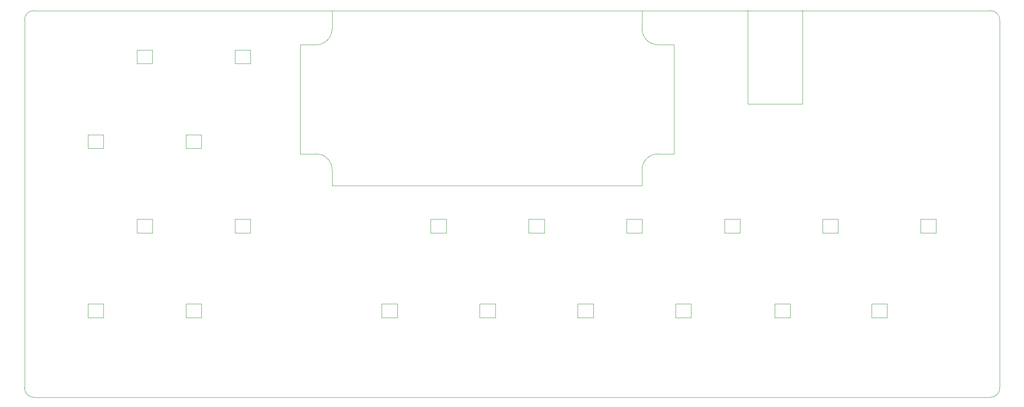
<source format=gbr>
%TF.GenerationSoftware,KiCad,Pcbnew,8.0.5*%
%TF.CreationDate,2024-11-29T19:22:44+02:00*%
%TF.ProjectId,harmi,6861726d-692e-46b6-9963-61645f706362,rev?*%
%TF.SameCoordinates,Original*%
%TF.FileFunction,Profile,NP*%
%FSLAX46Y46*%
G04 Gerber Fmt 4.6, Leading zero omitted, Abs format (unit mm)*
G04 Created by KiCad (PCBNEW 8.0.5) date 2024-11-29 19:22:44*
%MOMM*%
%LPD*%
G01*
G04 APERTURE LIST*
%TA.AperFunction,Profile*%
%ADD10C,0.050000*%
%TD*%
%TA.AperFunction,Profile*%
%ADD11C,0.120000*%
%TD*%
G04 APERTURE END LIST*
D10*
X41000000Y-71000000D02*
G75*
G02*
X43000000Y-69000000I2000000J0D01*
G01*
X43000000Y-154000000D02*
G75*
G02*
X41000000Y-152000000I0J2000000D01*
G01*
X255000000Y-152000000D02*
G75*
G02*
X253000000Y-154000000I-2000000J0D01*
G01*
X253000000Y-69000000D02*
G75*
G02*
X255000000Y-71000000I0J-2000000D01*
G01*
X255000000Y-152000000D02*
X255000000Y-71000000D01*
X43000000Y-154000000D02*
X253000000Y-154000000D01*
X253000000Y-69000000D02*
X43000000Y-69000000D01*
X41000000Y-71000000D02*
X41000000Y-152000000D01*
%TO.C,REF\u002A\u002A*%
X101500000Y-76500000D02*
X105000000Y-76500000D01*
X101500000Y-100500000D02*
X101500000Y-76500000D01*
X105000000Y-100500000D02*
X101500000Y-100500000D01*
X108500000Y-69000000D02*
X108500000Y-73000000D01*
X108500000Y-69000000D02*
X176500000Y-69000000D01*
X108500000Y-104000000D02*
X108500000Y-107500000D01*
X176500000Y-73000000D02*
X176500000Y-69000000D01*
X176500000Y-104000000D02*
X176500000Y-107500000D01*
X176500000Y-107500000D02*
X108500000Y-107500000D01*
X180000000Y-76500000D02*
X183500000Y-76500000D01*
X183500000Y-76500000D02*
X183500000Y-100500000D01*
X183500000Y-100500000D02*
X180000000Y-100500000D01*
X105000000Y-100500000D02*
G75*
G02*
X108500000Y-104000000I1J-3499999D01*
G01*
X108500000Y-73000000D02*
G75*
G02*
X105000000Y-76500000I-3499999J-1D01*
G01*
X176500000Y-104000000D02*
G75*
G02*
X180000000Y-100500000I3500000J0D01*
G01*
X180000000Y-76500000D02*
G75*
G02*
X176500000Y-73000000I0J3500000D01*
G01*
%TO.C,RGB20*%
D11*
X226900000Y-136500000D02*
X230300000Y-136500000D01*
X230300000Y-133500000D01*
X226900000Y-133500000D01*
X226900000Y-136500000D01*
%TO.C,RGB19*%
X205650000Y-136500000D02*
X209050000Y-136500000D01*
X209050000Y-133500000D01*
X205650000Y-133500000D01*
X205650000Y-136500000D01*
%TO.C,RGB18*%
X183900000Y-136500000D02*
X187300000Y-136500000D01*
X187300000Y-133500000D01*
X183900000Y-133500000D01*
X183900000Y-136500000D01*
%TO.C,RGB17*%
X162400000Y-136500000D02*
X165800000Y-136500000D01*
X165800000Y-133500000D01*
X162400000Y-133500000D01*
X162400000Y-136500000D01*
%TO.C,RGB16*%
X140900000Y-136500000D02*
X144300000Y-136500000D01*
X144300000Y-133500000D01*
X140900000Y-133500000D01*
X140900000Y-136500000D01*
%TO.C,RGB15*%
X119400000Y-136500000D02*
X122800000Y-136500000D01*
X122800000Y-133500000D01*
X119400000Y-133500000D01*
X119400000Y-136500000D01*
%TO.C,RGB14*%
X237650000Y-117880452D02*
X241050000Y-117880452D01*
X241050000Y-114880452D01*
X237650000Y-114880452D01*
X237650000Y-117880452D01*
%TO.C,RGB13*%
X216150000Y-117880452D02*
X219550000Y-117880452D01*
X219550000Y-114880452D01*
X216150000Y-114880452D01*
X216150000Y-117880452D01*
%TO.C,RGB12*%
X194650000Y-117880452D02*
X198050000Y-117880452D01*
X198050000Y-114880452D01*
X194650000Y-114880452D01*
X194650000Y-117880452D01*
%TO.C,RGB11*%
X173150000Y-117880452D02*
X176550000Y-117880452D01*
X176550000Y-114880452D01*
X173150000Y-114880452D01*
X173150000Y-117880452D01*
%TO.C,RGB10*%
X151650000Y-117880452D02*
X155050000Y-117880452D01*
X155050000Y-114880452D01*
X151650000Y-114880452D01*
X151650000Y-117880452D01*
%TO.C,RGB9*%
X130150000Y-117880452D02*
X133550000Y-117880452D01*
X133550000Y-114880452D01*
X130150000Y-114880452D01*
X130150000Y-117880452D01*
%TO.C,RGB8*%
X76400000Y-136500000D02*
X79800000Y-136500000D01*
X79800000Y-133500000D01*
X76400000Y-133500000D01*
X76400000Y-136500000D01*
%TO.C,RGB7*%
X54900000Y-136500000D02*
X58300000Y-136500000D01*
X58300000Y-133500000D01*
X54900000Y-133500000D01*
X54900000Y-136500000D01*
%TO.C,RGB6*%
X87150000Y-117880452D02*
X90550000Y-117880452D01*
X90550000Y-114880452D01*
X87150000Y-114880452D01*
X87150000Y-117880452D01*
%TO.C,RGB5*%
X65650000Y-117880452D02*
X69050000Y-117880452D01*
X69050000Y-114880452D01*
X65650000Y-114880452D01*
X65650000Y-117880452D01*
%TO.C,RGB4*%
X76400000Y-99260904D02*
X79800000Y-99260904D01*
X79800000Y-96260904D01*
X76400000Y-96260904D01*
X76400000Y-99260904D01*
%TO.C,RGB3*%
X54900000Y-99260904D02*
X58300000Y-99260904D01*
X58300000Y-96260904D01*
X54900000Y-96260904D01*
X54900000Y-99260904D01*
%TO.C,RGB2*%
X87150000Y-80641356D02*
X90550000Y-80641356D01*
X90550000Y-77641356D01*
X87150000Y-77641356D01*
X87150000Y-80641356D01*
%TO.C,RGB1*%
X65650000Y-80641356D02*
X69050000Y-80641356D01*
X69050000Y-77641356D01*
X65650000Y-77641356D01*
X65650000Y-80641356D01*
%TO.C,U1*%
X199740000Y-68870000D02*
X199740000Y-89510000D01*
X211740000Y-89510000D02*
X211740000Y-68870000D01*
X199740000Y-89510000D02*
X211740000Y-89510000D01*
%TD*%
M02*

</source>
